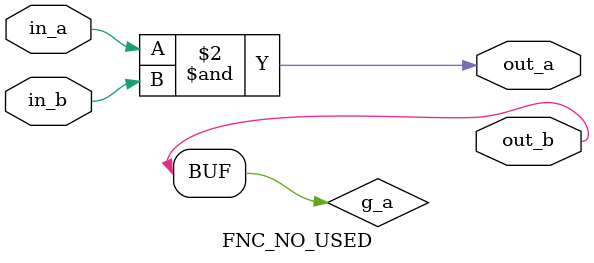
<source format=v>
module FNC_NO_USED (in_a, in_b, out_a, out_b);
   input in_a;
   input in_b;
   output out_a;
   output out_b;
   reg out_a;
   reg g_a;
   function fnc_a;
      input in_b;
      begin
         fnc_a = in_b;
      end
   endfunction
   always @(in_a or in_b)
   out_a = in_a & in_b;
   assign out_b = g_a;
endmodule


</source>
